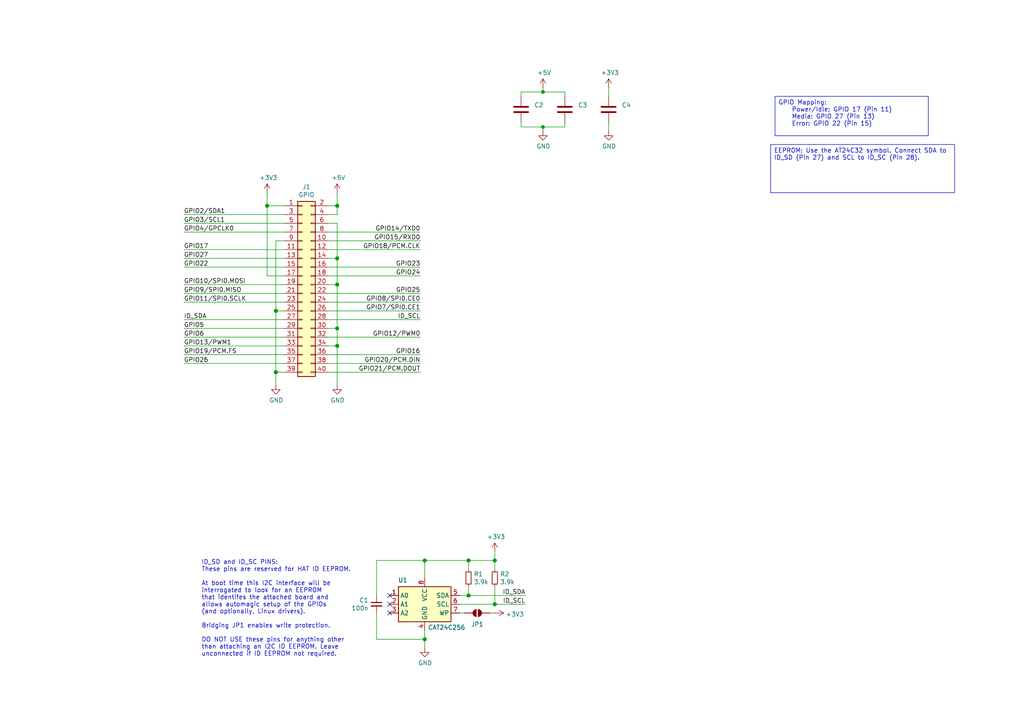
<source format=kicad_sch>
(kicad_sch (version 20250114) (generator "eeschema") (generator_version "9.0")
  (paper "A4")
  (lib_symbols
    (symbol "Connector_Generic:Conn_02x20_Odd_Even" (pin_names (offset 1.016) (hide yes))
      (property "Reference" "J" (at 1.27 25.4 0))
      (property "Value" "Conn_02x20_Odd_Even" (at 1.27 -27.94 0))
      (symbol "Conn_02x20_Odd_Even_1_1"
        (rectangle (start -1.27 24.13) (end 3.81 -26.67) (stroke (width 0.254)) (fill (type background)))
        (rectangle (start -1.27 22.987) (end 0 22.733) (stroke (width 0.1524)))
        (rectangle (start -1.27 20.447) (end 0 20.193) (stroke (width 0.1524)))
        (rectangle (start -1.27 17.907) (end 0 17.653) (stroke (width 0.1524)))
        (rectangle (start -1.27 15.367) (end 0 15.113) (stroke (width 0.1524)))
        (rectangle (start -1.27 12.827) (end 0 12.573) (stroke (width 0.1524)))
        (rectangle (start -1.27 10.287) (end 0 10.033) (stroke (width 0.1524)))
        (rectangle (start -1.27 7.747) (end 0 7.493) (stroke (width 0.1524)))
        (rectangle (start -1.27 5.207) (end 0 4.953) (stroke (width 0.1524)))
        (rectangle (start -1.27 2.667) (end 0 2.413) (stroke (width 0.1524)))
        (rectangle (start -1.27 0.127) (end 0 -0.127) (stroke (width 0.1524)))
        (rectangle (start -1.27 -2.413) (end 0 -2.667) (stroke (width 0.1524)))
        (rectangle (start -1.27 -4.953) (end 0 -5.207) (stroke (width 0.1524)))
        (rectangle (start -1.27 -7.493) (end 0 -7.747) (stroke (width 0.1524)))
        (rectangle (start -1.27 -10.033) (end 0 -10.287) (stroke (width 0.1524)))
        (rectangle (start -1.27 -12.573) (end 0 -12.827) (stroke (width 0.1524)))
        (rectangle (start -1.27 -15.113) (end 0 -15.367) (stroke (width 0.1524)))
        (rectangle (start -1.27 -17.653) (end 0 -17.907) (stroke (width 0.1524)))
        (rectangle (start -1.27 -20.193) (end 0 -20.447) (stroke (width 0.1524)))
        (rectangle (start -1.27 -22.733) (end 0 -22.987) (stroke (width 0.1524)))
        (rectangle (start -1.27 -25.273) (end 0 -25.527) (stroke (width 0.1524)))
        (rectangle (start 3.81 22.987) (end 2.54 22.733) (stroke (width 0.1524)))
        (rectangle (start 3.81 20.447) (end 2.54 20.193) (stroke (width 0.1524)))
        (rectangle (start 3.81 17.907) (end 2.54 17.653) (stroke (width 0.1524)))
        (rectangle (start 3.81 15.367) (end 2.54 15.113) (stroke (width 0.1524)))
        (rectangle (start 3.81 12.827) (end 2.54 12.573) (stroke (width 0.1524)))
        (rectangle (start 3.81 10.287) (end 2.54 10.033) (stroke (width 0.1524)))
        (rectangle (start 3.81 7.747) (end 2.54 7.493) (stroke (width 0.1524)))
        (rectangle (start 3.81 5.207) (end 2.54 4.953) (stroke (width 0.1524)))
        (rectangle (start 3.81 2.667) (end 2.54 2.413) (stroke (width 0.1524)))
        (rectangle (start 3.81 0.127) (end 2.54 -0.127) (stroke (width 0.1524)))
        (rectangle (start 3.81 -2.413) (end 2.54 -2.667) (stroke (width 0.1524)))
        (rectangle (start 3.81 -4.953) (end 2.54 -5.207) (stroke (width 0.1524)))
        (rectangle (start 3.81 -7.493) (end 2.54 -7.747) (stroke (width 0.1524)))
        (rectangle (start 3.81 -10.033) (end 2.54 -10.287) (stroke (width 0.1524)))
        (rectangle (start 3.81 -12.573) (end 2.54 -12.827) (stroke (width 0.1524)))
        (rectangle (start 3.81 -15.113) (end 2.54 -15.367) (stroke (width 0.1524)))
        (rectangle (start 3.81 -17.653) (end 2.54 -17.907) (stroke (width 0.1524)))
        (rectangle (start 3.81 -20.193) (end 2.54 -20.447) (stroke (width 0.1524)))
        (rectangle (start 3.81 -22.733) (end 2.54 -22.987) (stroke (width 0.1524)))
        (rectangle (start 3.81 -25.273) (end 2.54 -25.527) (stroke (width 0.1524)))
        (pin passive line (at -5.08 22.86 0) (length 3.81) (name "Pin_1") (number "1"))
        (pin passive line (at -5.08 20.32 0) (length 3.81) (name "Pin_3") (number "3"))
        (pin passive line (at -5.08 17.78 0) (length 3.81) (name "Pin_5") (number "5"))
        (pin passive line (at -5.08 15.24 0) (length 3.81) (name "Pin_7") (number "7"))
        (pin passive line (at -5.08 12.7 0) (length 3.81) (name "Pin_9") (number "9"))
        (pin passive line (at -5.08 10.16 0) (length 3.81) (name "Pin_11") (number "11"))
        (pin passive line (at -5.08 7.62 0) (length 3.81) (name "Pin_13") (number "13"))
        (pin passive line (at -5.08 5.08 0) (length 3.81) (name "Pin_15") (number "15"))
        (pin passive line (at -5.08 2.54 0) (length 3.81) (name "Pin_17") (number "17"))
        (pin passive line (at -5.08 0 0) (length 3.81) (name "Pin_19") (number "19"))
        (pin passive line (at -5.08 -2.54 0) (length 3.81) (name "Pin_21") (number "21"))
        (pin passive line (at -5.08 -5.08 0) (length 3.81) (name "Pin_23") (number "23"))
        (pin passive line (at -5.08 -7.62 0) (length 3.81) (name "Pin_25") (number "25"))
        (pin passive line (at -5.08 -10.16 0) (length 3.81) (name "Pin_27") (number "27"))
        (pin passive line (at -5.08 -12.7 0) (length 3.81) (name "Pin_29") (number "29"))
        (pin passive line (at -5.08 -15.24 0) (length 3.81) (name "Pin_31") (number "31"))
        (pin passive line (at -5.08 -17.78 0) (length 3.81) (name "Pin_33") (number "33"))
        (pin passive line (at -5.08 -20.32 0) (length 3.81) (name "Pin_35") (number "35"))
        (pin passive line (at -5.08 -22.86 0) (length 3.81) (name "Pin_37") (number "37"))
        (pin passive line (at -5.08 -25.4 0) (length 3.81) (name "Pin_39") (number "39"))
        (pin passive line (at 7.62 22.86 180) (length 3.81) (name "Pin_2") (number "2"))
        (pin passive line (at 7.62 20.32 180) (length 3.81) (name "Pin_4") (number "4"))
        (pin passive line (at 7.62 17.78 180) (length 3.81) (name "Pin_6") (number "6"))
        (pin passive line (at 7.62 15.24 180) (length 3.81) (name "Pin_8") (number "8"))
        (pin passive line (at 7.62 12.7 180) (length 3.81) (name "Pin_10") (number "10"))
        (pin passive line (at 7.62 10.16 180) (length 3.81) (name "Pin_12") (number "12"))
        (pin passive line (at 7.62 7.62 180) (length 3.81) (name "Pin_14") (number "14"))
        (pin passive line (at 7.62 5.08 180) (length 3.81) (name "Pin_16") (number "16"))
        (pin passive line (at 7.62 2.54 180) (length 3.81) (name "Pin_18") (number "18"))
        (pin passive line (at 7.62 0 180) (length 3.81) (name "Pin_20") (number "20"))
        (pin passive line (at 7.62 -2.54 180) (length 3.81) (name "Pin_22") (number "22"))
        (pin passive line (at 7.62 -5.08 180) (length 3.81) (name "Pin_24") (number "24"))
        (pin passive line (at 7.62 -7.62 180) (length 3.81) (name "Pin_26") (number "26"))
        (pin passive line (at 7.62 -10.16 180) (length 3.81) (name "Pin_28") (number "28"))
        (pin passive line (at 7.62 -12.7 180) (length 3.81) (name "Pin_30") (number "30"))
        (pin passive line (at 7.62 -15.24 180) (length 3.81) (name "Pin_32") (number "32"))
        (pin passive line (at 7.62 -17.78 180) (length 3.81) (name "Pin_34") (number "34"))
        (pin passive line (at 7.62 -20.32 180) (length 3.81) (name "Pin_36") (number "36"))
        (pin passive line (at 7.62 -22.86 180) (length 3.81) (name "Pin_38") (number "38"))
        (pin passive line (at 7.62 -25.4 180) (length 3.81) (name "Pin_40") (number "40"))
      )
    )
    (symbol "Device:C" (pin_numbers (hide yes)) (pin_names (offset 0.254))
      (property "Reference" "C" (at 0.635 2.54 0))
      (property "Value" "C" (at 0.635 -2.54 0))
      (symbol "C_0_1"
        (polyline (pts (xy -2.032 0.762) (xy 2.032 0.762)) (stroke (width 0.508)))
        (polyline (pts (xy -2.032 -0.762) (xy 2.032 -0.762)) (stroke (width 0.508)))
      )
      (symbol "C_1_1"
        (pin passive line (at 0 3.81 270) (length 2.794) (name "~") (number "1"))
        (pin passive line (at 0 -3.81 90) (length 2.794) (name "~") (number "2"))
      )
    )
    (symbol "Device:C_Small" (pin_numbers (hide yes)) (pin_names (offset 0.254) (hide yes))
      (property "Reference" "C" (at 0.254 1.778 0))
      (property "Value" "C_Small" (at 0.254 -2.032 0))
      (symbol "C_Small_0_1"
        (polyline (pts (xy -1.524 0.508) (xy 1.524 0.508)) (stroke (width 0.3048)))
        (polyline (pts (xy -1.524 -0.508) (xy 1.524 -0.508)) (stroke (width 0.3302)))
      )
      (symbol "C_Small_1_1"
        (pin passive line (at 0 2.54 270) (length 2.032) (name "~") (number "1"))
        (pin passive line (at 0 -2.54 90) (length 2.032) (name "~") (number "2"))
      )
    )
    (symbol "Device:R_Small" (pin_numbers (hide yes)) (pin_names (offset 0.254) (hide yes))
      (property "Reference" "R" (at 0.762 0.508 0))
      (property "Value" "R_Small" (at 0.762 -1.016 0))
      (symbol "R_Small_0_1"
        (rectangle (start -0.762 1.778) (end 0.762 -1.778) (stroke (width 0.2032)))
      )
      (symbol "R_Small_1_1"
        (pin passive line (at 0 2.54 270) (length 0.762) (name "~") (number "1"))
        (pin passive line (at 0 -2.54 90) (length 0.762) (name "~") (number "2"))
      )
    )
    (symbol "Jumper:SolderJumper_2_Open" (pin_numbers (hide yes)) (pin_names (offset 0) (hide yes)) (exclude_from_sim yes) (in_bom no)
      (property "Reference" "JP" (at 0 2.032 0))
      (property "Value" "SolderJumper_2_Open" (at 0 -2.54 0))
      (symbol "SolderJumper_2_Open_0_1"
        (polyline (pts (xy -0.254 1.016) (xy -0.254 -1.016)))
        (arc (start -0.254 -1.016) (mid -1.2656 0) (end -0.254 1.016))
        (arc (start -0.254 -1.016) (mid -1.2656 0) (end -0.254 1.016) (fill (type outline)))
        (arc (start 0.254 1.016) (mid 1.2656 0) (end 0.254 -1.016))
        (arc (start 0.254 1.016) (mid 1.2656 0) (end 0.254 -1.016) (fill (type outline)))
        (polyline (pts (xy 0.254 1.016) (xy 0.254 -1.016)))
      )
      (symbol "SolderJumper_2_Open_1_1"
        (pin passive line (at -3.81 0 0) (length 2.54) (name "A") (number "1"))
        (pin passive line (at 3.81 0 180) (length 2.54) (name "B") (number "2"))
      )
    )
    (symbol "Memory_EEPROM:CAT24C256"
      (property "Reference" "U" (at -6.35 6.35 0))
      (property "Value" "CAT24C256" (at 1.27 6.35 0))
      (symbol "CAT24C256_1_1"
        (rectangle (start -7.62 5.08) (end 7.62 -5.08) (stroke (width 0.254)) (fill (type background)))
        (pin input line (at -10.16 2.54 0) (length 2.54) (name "A0") (number "1"))
        (pin input line (at -10.16 0 0) (length 2.54) (name "A1") (number "2"))
        (pin input line (at -10.16 -2.54 0) (length 2.54) (name "A2") (number "3"))
        (pin power_in line (at 0 7.62 270) (length 2.54) (name "VCC") (number "8"))
        (pin power_in line (at 0 -7.62 90) (length 2.54) (name "GND") (number "4"))
        (pin bidirectional line (at 10.16 2.54 180) (length 2.54) (name "SDA") (number "5"))
        (pin input line (at 10.16 0 180) (length 2.54) (name "SCL") (number "6"))
        (pin input line (at 10.16 -2.54 180) (length 2.54) (name "WP") (number "7"))
      )
    )
    (symbol "power:+3.3V" (power) (pin_numbers (hide yes)) (pin_names (offset 0) (hide yes))
      (property "Value" "+3.3V" (at 0 3.556 0))
      (symbol "+3.3V_0_1"
        (polyline (pts (xy -0.762 1.27) (xy 0 2.54)))
        (polyline (pts (xy 0 2.54) (xy 0.762 1.27)))
        (polyline (pts (xy 0 0) (xy 0 2.54)))
      )
      (symbol "+3.3V_1_1"
        (pin power_in line (at 0 0 90) (length 0) (name "~") (number "1"))
      )
    )
    (symbol "power:+5V" (power) (pin_numbers (hide yes)) (pin_names (offset 0) (hide yes))
      (property "Value" "+5V" (at 0 3.556 0))
      (symbol "+5V_0_1"
        (polyline (pts (xy -0.762 1.27) (xy 0 2.54)))
        (polyline (pts (xy 0 2.54) (xy 0.762 1.27)))
        (polyline (pts (xy 0 0) (xy 0 2.54)))
      )
      (symbol "+5V_1_1"
        (pin power_in line (at 0 0 90) (length 0) (name "~") (number "1"))
      )
    )
    (symbol "power:GND" (power) (pin_numbers (hide yes)) (pin_names (offset 0) (hide yes))
      (property "Value" "GND" (at 0 -3.81 0))
      (symbol "GND_0_1"
        (polyline (pts (xy 0 0) (xy 0 -1.27) (xy 1.27 -1.27) (xy 0 -2.54) (xy -1.27 -1.27) (xy 0 -1.27)))
      )
      (symbol "GND_1_1"
        (pin power_in line (at 0 0 270) (length 0) (name "~") (number "1"))
      )
    )
  )
  (text "ID_SD and ID_SC PINS:\nThese pins are reserved for HAT ID EEPROM.\n\nAt boot time this I2C interface will be\ninterrogated to look for an EEPROM\nthat identifes the attached board and\nallows automagic setup of the GPIOs\n(and optionally, Linux drivers).\n\nBridging JP1 enables write protection.\n\nDO NOT USE these pins for anything other\nthan attaching an I2C ID EEPROM. Leave\nunconnected if ID EEPROM not required." (at 58.42 190.5 0) (effects (font (size 1.27 1.27)) (justify left bottom)))
  (text_box "GPIO Mapping:\n    Power/Idle: GPIO 17 (Pin 11)\n    Media: GPIO 27 (Pin 13)\n    Error: GPIO 22 (Pin 15)" (at 224.79 27.94 0) (size 44.45 11.43) (margins 0.9525 0.9525 0.9525 0.9525) (effects (font (size 1.27 1.27)) (justify left top)))
  (text_box "EEPROM: Use the AT24C32 symbol. Connect SDA to ID_SD (Pin 27) and SCL to ID_SC (Pin 28)." (at 223.52 41.91 0) (size 53.34 13.97) (margins 0.9525 0.9525 0.9525 0.9525) (effects (font (size 1.27 1.27)) (justify left top)))
  (junction (at 80.01 107.95) (diameter 1.016))
  (junction (at 97.79 95.25) (diameter 1.016))
  (junction (at 143.51 162.56) (diameter 1.016))
  (junction (at 97.79 74.93) (diameter 1.016))
  (junction (at 135.89 162.56) (diameter 1.016))
  (junction (at 97.79 59.69) (diameter 1.016))
  (junction (at 123.19 185.42) (diameter 1.016))
  (junction (at 143.51 175.26) (diameter 1.016))
  (junction (at 97.79 100.33) (diameter 1.016))
  (junction (at 97.79 82.55) (diameter 1.016))
  (junction (at 135.89 172.72) (diameter 1.016))
  (junction (at 157.48 36.83))
  (junction (at 80.01 90.17) (diameter 1.016))
  (junction (at 157.48 26.67))
  (junction (at 123.19 162.56) (diameter 1.016))
  (junction (at 77.47 59.69) (diameter 1.016))
  (no_connect (at 113.03 172.72))
  (no_connect (at 113.03 177.8))
  (no_connect (at 113.03 175.26))
  (wire (pts (xy 95.25 80.01) (xy 121.92 80.01)))
  (wire (pts (xy 95.25 87.63) (xy 121.92 87.63)))
  (wire (pts (xy 157.48 36.83) (xy 163.83 36.83)))
  (wire (pts (xy 135.89 170.18) (xy 135.89 172.72)))
  (wire (pts (xy 97.79 74.93) (xy 95.25 74.93)))
  (wire (pts (xy 82.55 72.39) (xy 53.34 72.39)))
  (wire (pts (xy 151.13 26.67) (xy 157.48 26.67)))
  (wire (pts (xy 95.25 107.95) (xy 121.92 107.95)))
  (wire (pts (xy 95.25 72.39) (xy 121.92 72.39)))
  (wire (pts (xy 97.79 95.25) (xy 97.79 100.33)))
  (wire (pts (xy 97.79 64.77) (xy 97.79 74.93)))
  (wire (pts (xy 80.01 90.17) (xy 82.55 90.17)))
  (wire (pts (xy 77.47 80.01) (xy 82.55 80.01)))
  (wire (pts (xy 97.79 64.77) (xy 95.25 64.77)))
  (wire (pts (xy 95.25 67.31) (xy 121.92 67.31)))
  (wire (pts (xy 53.34 77.47) (xy 82.55 77.47)))
  (wire (pts (xy 97.79 55.88) (xy 97.79 59.69)))
  (wire (pts (xy 53.34 97.79) (xy 82.55 97.79)))
  (wire (pts (xy 97.79 95.25) (xy 95.25 95.25)))
  (wire (pts (xy 123.19 162.56) (xy 109.22 162.56)))
  (wire (pts (xy 163.83 36.83) (xy 163.83 35.56)))
  (wire (pts (xy 53.34 95.25) (xy 82.55 95.25)))
  (wire (pts (xy 95.25 105.41) (xy 121.92 105.41)))
  (wire (pts (xy 97.79 100.33) (xy 97.79 111.76)))
  (wire (pts (xy 95.25 102.87) (xy 121.92 102.87)))
  (wire (pts (xy 133.35 177.8) (xy 134.62 177.8)))
  (wire (pts (xy 157.48 26.67) (xy 163.83 26.67)))
  (wire (pts (xy 143.51 165.1) (xy 143.51 162.56)))
  (wire (pts (xy 151.13 36.83) (xy 157.48 36.83)))
  (wire (pts (xy 123.19 162.56) (xy 135.89 162.56)))
  (wire (pts (xy 123.19 185.42) (xy 123.19 187.96)))
  (wire (pts (xy 133.35 172.72) (xy 135.89 172.72)))
  (wire (pts (xy 82.55 100.33) (xy 53.34 100.33)))
  (wire (pts (xy 80.01 90.17) (xy 80.01 107.95)))
  (wire (pts (xy 157.48 36.83) (xy 157.48 38.1)))
  (wire (pts (xy 95.25 92.71) (xy 121.92 92.71)))
  (wire (pts (xy 135.89 172.72) (xy 152.4 172.72)))
  (wire (pts (xy 53.34 74.93) (xy 82.55 74.93)))
  (wire (pts (xy 151.13 35.56) (xy 151.13 36.83)))
  (wire (pts (xy 109.22 185.42) (xy 123.19 185.42)))
  (wire (pts (xy 97.79 59.69) (xy 97.79 62.23)))
  (wire (pts (xy 143.51 175.26) (xy 152.4 175.26)))
  (wire (pts (xy 77.47 59.69) (xy 77.47 80.01)))
  (wire (pts (xy 135.89 162.56) (xy 135.89 165.1)))
  (wire (pts (xy 142.24 177.8) (xy 143.51 177.8)))
  (wire (pts (xy 97.79 100.33) (xy 95.25 100.33)))
  (wire (pts (xy 97.79 62.23) (xy 95.25 62.23)))
  (wire (pts (xy 176.53 38.1) (xy 176.53 35.56)))
  (wire (pts (xy 109.22 177.8) (xy 109.22 185.42)))
  (wire (pts (xy 123.19 162.56) (xy 123.19 167.64)))
  (wire (pts (xy 95.25 69.85) (xy 121.92 69.85)))
  (wire (pts (xy 53.34 102.87) (xy 82.55 102.87)))
  (wire (pts (xy 151.13 27.94) (xy 151.13 26.67)))
  (wire (pts (xy 53.34 67.31) (xy 82.55 67.31)))
  (wire (pts (xy 143.51 170.18) (xy 143.51 175.26)))
  (wire (pts (xy 163.83 26.67) (xy 163.83 27.94)))
  (wire (pts (xy 80.01 107.95) (xy 82.55 107.95)))
  (wire (pts (xy 82.55 82.55) (xy 53.34 82.55)))
  (wire (pts (xy 95.25 97.79) (xy 121.92 97.79)))
  (wire (pts (xy 123.19 182.88) (xy 123.19 185.42)))
  (wire (pts (xy 95.25 90.17) (xy 121.92 90.17)))
  (wire (pts (xy 176.53 25.4) (xy 176.53 27.94)))
  (wire (pts (xy 97.79 59.69) (xy 95.25 59.69)))
  (wire (pts (xy 143.51 160.02) (xy 143.51 162.56)))
  (wire (pts (xy 95.25 77.47) (xy 121.92 77.47)))
  (wire (pts (xy 97.79 82.55) (xy 95.25 82.55)))
  (wire (pts (xy 80.01 107.95) (xy 80.01 111.76)))
  (wire (pts (xy 157.48 25.4) (xy 157.48 26.67)))
  (wire (pts (xy 95.25 85.09) (xy 121.92 85.09)))
  (wire (pts (xy 133.35 175.26) (xy 143.51 175.26)))
  (wire (pts (xy 80.01 69.85) (xy 82.55 69.85)))
  (wire (pts (xy 97.79 74.93) (xy 97.79 82.55)))
  (wire (pts (xy 53.34 85.09) (xy 82.55 85.09)))
  (wire (pts (xy 97.79 82.55) (xy 97.79 95.25)))
  (wire (pts (xy 143.51 162.56) (xy 135.89 162.56)))
  (wire (pts (xy 53.34 105.41) (xy 82.55 105.41)))
  (wire (pts (xy 109.22 162.56) (xy 109.22 172.72)))
  (wire (pts (xy 80.01 69.85) (xy 80.01 90.17)))
  (wire (pts (xy 77.47 55.88) (xy 77.47 59.69)))
  (wire (pts (xy 53.34 64.77) (xy 82.55 64.77)))
  (wire (pts (xy 82.55 62.23) (xy 53.34 62.23)))
  (wire (pts (xy 77.47 59.69) (xy 82.55 59.69)))
  (wire (pts (xy 82.55 92.71) (xy 53.34 92.71)))
  (wire (pts (xy 53.34 87.63) (xy 82.55 87.63)))
  (label "GPIO4{slash}GPCLK0" (at 53.34 67.31 0))
  (label "ID_SDA" (at 152.4 172.72 180))
  (label "GPIO5" (at 53.34 95.25 0))
  (label "GPIO23" (at 121.92 77.47 180))
  (label "GPIO21{slash}PCM.DOUT" (at 121.92 107.95 180))
  (label "GPIO9{slash}SPI0.MISO" (at 53.34 85.09 0))
  (label "GPIO12{slash}PWM0" (at 121.92 97.79 180))
  (label "GPIO24" (at 121.92 80.01 180))
  (label "ID_SCL" (at 152.4 175.26 180))
  (label "ID_SDA" (at 53.34 92.71 0))
  (label "GPIO19{slash}PCM.FS" (at 53.34 102.87 0))
  (label "GPIO8{slash}SPI0.CE0" (at 121.92 87.63 180))
  (label "GPIO13{slash}PWM1" (at 53.34 100.33 0))
  (label "GPIO11{slash}SPI0.SCLK" (at 53.34 87.63 0))
  (label "GPIO14{slash}TXD0" (at 121.92 67.31 180))
  (label "GPIO10{slash}SPI0.MOSI" (at 53.34 82.55 0))
  (label "GPIO7{slash}SPI0.CE1" (at 121.92 90.17 180))
  (label "GPIO27" (at 53.34 74.93 0))
  (label "GPIO6" (at 53.34 97.79 0))
  (label "GPIO17" (at 53.34 72.39 0))
  (label "GPIO25" (at 121.92 85.09 180))
  (label "GPIO26" (at 53.34 105.41 0))
  (label "GPIO3{slash}SCL1" (at 53.34 64.77 0))
  (label "GPIO15{slash}RXD0" (at 121.92 69.85 180))
  (label "ID_SCL" (at 121.92 92.71 180))
  (label "GPIO20{slash}PCM.DIN" (at 121.92 105.41 180))
  (label "GPIO22" (at 53.34 77.47 0))
  (label "GPIO2{slash}SDA1" (at 53.34 62.23 0))
  (label "GPIO18{slash}PCM.CLK" (at 121.92 72.39 180))
  (label "GPIO16" (at 121.92 102.87 180))
  (symbol (lib_id "power:+5V") (at 97.79 55.88 0) (unit 1)
    (property "Reference" "#PWR01" (effects (hide yes)))
    (property "Value" "+5V" (at 98.1583 51.5556 0))
    (property "Description" "Power symbol creates a global label with name \"+5V\"" (effects (hide yes)))
  )
  (symbol (lib_id "power:+3.3V") (at 77.47 55.88 0) (unit 1)
    (property "Reference" "#PWR04" (effects (hide yes)))
    (property "Value" "+3V3" (at 77.8383 51.5556 0))
    (property "Description" "Power symbol creates a global label with name \"+3.3V\"" (effects (hide yes)))
  )
  (symbol (lib_id "power:GND") (at 97.79 111.76 0) (unit 1)
    (property "Reference" "#PWR02" (effects (hide yes)))
    (property "Value" "GND" (at 97.9043 116.0844 0))
    (property "Description" "Power symbol creates a global label with name \"GND\" , ground" (effects (hide yes)))
  )
  (symbol (lib_id "power:GND") (at 80.01 111.76 0) (unit 1)
    (property "Reference" "#PWR03" (effects (hide yes)))
    (property "Value" "GND" (at 80.1243 116.0844 0))
    (property "Description" "Power symbol creates a global label with name \"GND\" , ground" (effects (hide yes)))
  )
  (symbol (lib_id "Connector_Generic:Conn_02x20_Odd_Even") (at 87.63 82.55 0) (unit 1)
    (property "Reference" "J1" (at 88.9 54.2098 0))
    (property "Value" "GPIO" (at 88.9 56.515 0))
    (property "Footprint" "Connector_PinSocket_2.54mm:PinSocket_2x20_P2.54mm_Vertical" (effects (hide yes)))
    (property "Description" "Generic connector, double row, 02x20, odd/even pin numbering scheme (row 1 odd numbers, row 2 even numbers), script generated (kicad-library-utils/schlib/autogen/connector/)" (effects (hide yes)))
  )
  (symbol (lib_id "Device:C_Small") (at 109.22 175.26 0) (unit 1)
    (property "Reference" "C1" (at 106.8958 174.1106 0) (effects (justify right)))
    (property "Value" "100n" (at 106.8958 176.4093 0) (effects (justify right)))
    (property "Description" "Unpolarized capacitor, small symbol" (effects (hide yes)))
  )
  (symbol (lib_id "power:GND") (at 157.48 38.1 0) (unit 1)
    (property "Reference" "#PWR013" (effects (hide yes)))
    (property "Value" "GND" (at 157.5943 42.4244 0))
    (property "Description" "Power symbol creates a global label with name \"GND\" , ground" (effects (hide yes)))
  )
  (symbol (lib_id "Device:R_Small") (at 135.89 167.64 0) (unit 1)
    (property "Reference" "R1" (at 137.3886 166.497 0) (effects (justify left)))
    (property "Value" "3.9k" (at 137.3887 168.7893 0) (effects (justify left)))
    (property "Description" "Resistor, small symbol" (effects (hide yes)))
  )
  (symbol (lib_id "Device:C") (at 163.83 31.75 0) (unit 1)
    (property "Reference" "C3" (at 167.64 30.4799 0) (effects (justify left)))
    (property "Value" "Samsung CL21B104KBCNNNC" (effects (hide yes)))
    (property "Footprint" "Capacitor_SMD:C_0805_2012Metric" (effects (hide yes)))
    (property "Datasheet" "https://octopart.com/search?q=Samsung+CL21B104KBCNNNC&currency=USD&specs=0" (effects (hide yes)))
    (property "Description" "Unpolarized capacitor" (effects (hide yes)))
  )
  (symbol (lib_id "Jumper:SolderJumper_2_Open") (at 138.43 177.8 0) (unit 1)
    (property "Reference" "JP1" (at 138.43 181.083 0))
    (property "Value" "ID_WP" (effects (hide yes)))
    (property "Description" "Solder Jumper, 2-pole, open" (effects (hide yes)))
  )
  (symbol (lib_id "Device:R_Small") (at 143.51 167.64 0) (unit 1)
    (property "Reference" "R2" (at 145.0086 166.497 0) (effects (justify left)))
    (property "Value" "3.9k" (at 145.0087 168.7893 0) (effects (justify left)))
    (property "Description" "Resistor, small symbol" (effects (hide yes)))
  )
  (symbol (lib_id "power:+3.3V") (at 143.51 160.02 0) (unit 1)
    (property "Reference" "#PWR0101" (effects (hide yes)))
    (property "Value" "+3V3" (at 143.8783 155.6956 0))
    (property "Description" "Power symbol creates a global label with name \"+3.3V\"" (effects (hide yes)))
  )
  (symbol (lib_id "Memory_EEPROM:CAT24C256") (at 123.19 175.26 0) (unit 1)
    (property "Reference" "U1" (at 116.84 168.2558 0))
    (property "Value" "CAT24C256" (at 129.54 181.9845 0))
    (property "Datasheet" "https://www.onsemi.cn/PowerSolutions/document/CAT24C256-D.PDF" (effects (hide yes)))
    (property "Description" "256 kb CMOS Serial EEPROM, DIP-8/SOIC-8/TSSOP-8/DFN-8" (effects (hide yes)))
  )
  (symbol (lib_id "power:+5V") (at 157.48 25.4 0) (unit 1)
    (property "Reference" "#PWR012" (effects (hide yes)))
    (property "Value" "+5V" (at 157.8483 21.0756 0))
    (property "Description" "Power symbol creates a global label with name \"+5V\"" (effects (hide yes)))
  )
  (symbol (lib_id "power:+3.3V") (at 176.53 25.4 0) (unit 1)
    (property "Reference" "#PWR014" (effects (hide yes)))
    (property "Value" "+3V3" (at 176.8983 21.0756 0))
    (property "Description" "Power symbol creates a global label with name \"+3.3V\"" (effects (hide yes)))
  )
  (symbol (lib_id "Device:C") (at 151.13 31.75 0) (unit 1)
    (property "Reference" "C2" (at 154.94 30.4799 0) (effects (justify left)))
    (property "Value" "KEMET T491A106K016AT" (effects (hide yes)))
    (property "Footprint" "Capacitor_Tantalum_SMD:CP_EIA-3216-18_Kemet-A" (effects (hide yes)))
    (property "Datasheet" "https://octopart.com/part/kemet/T491A106K016AT" (effects (hide yes)))
    (property "Description" "Unpolarized capacitor" (effects (hide yes)))
  )
  (symbol (lib_id "power:GND") (at 123.19 187.96 0) (unit 1)
    (property "Reference" "#PWR0102" (effects (hide yes)))
    (property "Value" "GND" (at 123.3043 192.2844 0))
    (property "Description" "Power symbol creates a global label with name \"GND\" , ground" (effects (hide yes)))
  )
  (symbol (lib_id "power:GND") (at 176.53 38.1 0) (unit 1)
    (property "Reference" "#PWR015" (effects (hide yes)))
    (property "Value" "GND" (at 176.6443 42.4244 0))
    (property "Description" "Power symbol creates a global label with name \"GND\" , ground" (effects (hide yes)))
  )
  (symbol (lib_id "Device:C") (at 176.53 31.75 0) (unit 1)
    (property "Reference" "C4" (at 180.34 30.4799 0) (effects (justify left)))
    (property "Value" "Samsung CL10B104KO8NNNC" (effects (hide yes)))
    (property "Footprint" "Capacitor_SMD:C_0603_1608Metric" (effects (hide yes)))
    (property "Datasheet" "https://octopart.com/search?q=CL10B104KO8NNNC&currency=USD&specs=0" (effects (hide yes)))
    (property "Description" "Unpolarized capacitor" (effects (hide yes)))
  )
  (symbol (lib_id "power:+3.3V") (at 143.51 177.8 270) (unit 1)
    (property "Reference" "#PWR0103" (effects (hide yes)))
    (property "Value" "+3V3" (at 146.6851 178.1683 90) (effects (justify left)))
    (property "Description" "Power symbol creates a global label with name \"+3.3V\"" (effects (hide yes)))
  )
)
</source>
